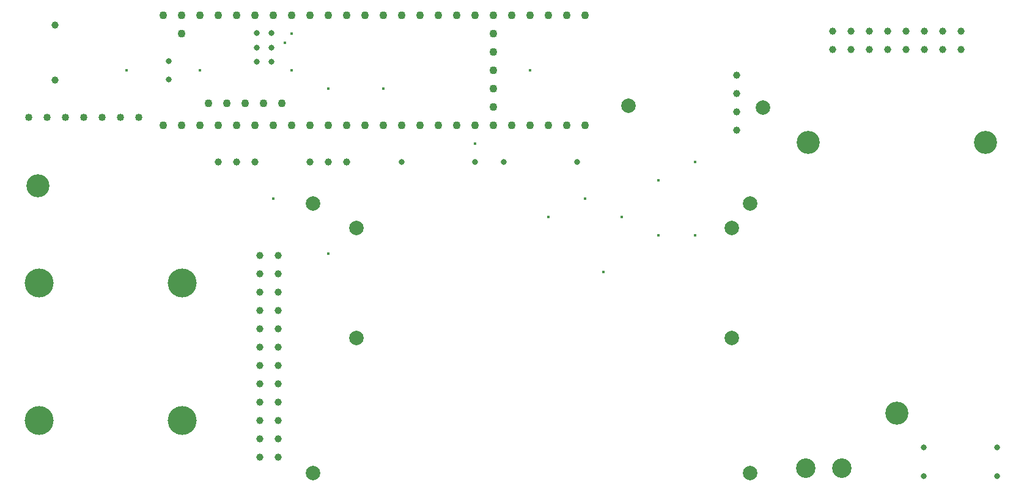
<source format=gbr>
%TF.GenerationSoftware,KiCad,Pcbnew,7.0.6*%
%TF.CreationDate,2023-08-10T16:59:18-04:00*%
%TF.ProjectId,rrc_pcb3,7272635f-7063-4623-932e-6b696361645f,rev?*%
%TF.SameCoordinates,Original*%
%TF.FileFunction,Plated,1,2,PTH,Drill*%
%TF.FilePolarity,Positive*%
%FSLAX46Y46*%
G04 Gerber Fmt 4.6, Leading zero omitted, Abs format (unit mm)*
G04 Created by KiCad (PCBNEW 7.0.6) date 2023-08-10 16:59:18*
%MOMM*%
%LPD*%
G01*
G04 APERTURE LIST*
%TA.AperFunction,ViaDrill*%
%ADD10C,0.400000*%
%TD*%
%TA.AperFunction,ComponentDrill*%
%ADD11C,0.800000*%
%TD*%
%TA.AperFunction,ComponentDrill*%
%ADD12C,1.000000*%
%TD*%
%TA.AperFunction,ComponentDrill*%
%ADD13C,1.020000*%
%TD*%
%TA.AperFunction,ComponentDrill*%
%ADD14C,1.100000*%
%TD*%
%TA.AperFunction,ComponentDrill*%
%ADD15C,2.000000*%
%TD*%
%TA.AperFunction,ComponentDrill*%
%ADD16C,2.700000*%
%TD*%
%TA.AperFunction,ComponentDrill*%
%ADD17C,3.200000*%
%TD*%
%TA.AperFunction,ComponentDrill*%
%ADD18C,4.000000*%
%TD*%
G04 APERTURE END LIST*
D10*
X58420000Y-30480000D03*
X68580000Y-30480000D03*
X78740000Y-48260000D03*
X80299748Y-26667644D03*
X81280000Y-25400000D03*
X81280000Y-30480000D03*
X86360000Y-33020000D03*
X86360000Y-55880000D03*
X93980000Y-33020000D03*
X106680000Y-40640000D03*
X114300000Y-30480000D03*
X116840000Y-50800000D03*
X121920000Y-48260000D03*
X124460000Y-58420000D03*
X127000000Y-50800000D03*
X132080000Y-45720000D03*
X132080000Y-53340000D03*
X137160000Y-43180000D03*
X137160000Y-53340000D03*
D11*
%TO.C,U2*%
X64230000Y-29210000D03*
X64230000Y-31750000D03*
X76470000Y-25298400D03*
X76470000Y-27298400D03*
X76470000Y-29298400D03*
X78470000Y-25298400D03*
X78470000Y-27298400D03*
X78470000Y-29298400D03*
%TO.C,R2*%
X96520000Y-43180000D03*
X106680000Y-43180000D03*
%TO.C,R1*%
X110614838Y-43116036D03*
X120774838Y-43116036D03*
%TO.C,R3*%
X168783102Y-82712958D03*
%TO.C,R4*%
X168783102Y-86704287D03*
%TO.C,R3*%
X178943102Y-82712958D03*
%TO.C,R4*%
X178943102Y-86704287D03*
D12*
%TO.C,BZ1*%
X48467845Y-24178236D03*
X48467845Y-31778236D03*
%TO.C,J3*%
X71120000Y-43180000D03*
X73660000Y-43180000D03*
X76200000Y-43180000D03*
%TO.C,U4*%
X76828599Y-56114231D03*
X76828599Y-58654231D03*
X76828599Y-61194231D03*
X76828599Y-63734231D03*
X76828599Y-66274231D03*
X76828599Y-68814231D03*
X76828599Y-71354231D03*
X76828599Y-73894231D03*
X76828599Y-76434231D03*
X76828599Y-78974231D03*
X76828599Y-81514231D03*
X76828599Y-84054231D03*
X79368599Y-56114231D03*
X79368599Y-58654231D03*
X79368599Y-61194231D03*
X79368599Y-63734231D03*
X79368599Y-66274231D03*
X79368599Y-68814231D03*
X79368599Y-71354231D03*
X79368599Y-73894231D03*
X79368599Y-76434231D03*
X79368599Y-78974231D03*
X79368599Y-81514231D03*
X79368599Y-84054231D03*
%TO.C,J2*%
X83820000Y-43180000D03*
X86360000Y-43180000D03*
X88900000Y-43180000D03*
%TO.C,U3*%
X142884358Y-31086925D03*
X142884358Y-33626925D03*
X142884358Y-36166925D03*
X142884358Y-38706925D03*
%TO.C,U1*%
X156240052Y-25043676D03*
X156240052Y-27583676D03*
X158780052Y-25043676D03*
X158780052Y-27583676D03*
X161320052Y-25043676D03*
X161320052Y-27583676D03*
X163860052Y-25043676D03*
X163860052Y-27583676D03*
X166400052Y-25043676D03*
X166400052Y-27583676D03*
X168940052Y-25043676D03*
X168940052Y-27583676D03*
X171480052Y-25043676D03*
X171480052Y-27583676D03*
X174020052Y-25043676D03*
X174020052Y-27583676D03*
D13*
%TO.C,U5*%
X44883617Y-36924940D03*
X47423617Y-36924940D03*
X49963617Y-36924940D03*
X52503617Y-36924940D03*
X55043617Y-36924940D03*
X57583617Y-36924940D03*
X60123617Y-36924940D03*
D14*
%TO.C,U2*%
X63500000Y-22860000D03*
X63500000Y-38100000D03*
X66040000Y-22860000D03*
X66040000Y-25400000D03*
X66040000Y-38100000D03*
X68580000Y-22860000D03*
X68580000Y-38100000D03*
X69799200Y-35049200D03*
X71120000Y-22860000D03*
X71120000Y-38100000D03*
X72339200Y-35049200D03*
X73660000Y-22860000D03*
X73660000Y-38100000D03*
X74879200Y-35049200D03*
X76200000Y-22860000D03*
X76200000Y-38100000D03*
X77419200Y-35049200D03*
X78740000Y-22860000D03*
X78740000Y-38100000D03*
X79959200Y-35049200D03*
X81280000Y-22860000D03*
X81280000Y-38100000D03*
X83820000Y-22860000D03*
X83820000Y-38100000D03*
X86360000Y-22860000D03*
X86360000Y-38100000D03*
X88900000Y-22860000D03*
X88900000Y-38100000D03*
X91440000Y-22860000D03*
X91440000Y-38100000D03*
X93980000Y-22860000D03*
X93980000Y-38100000D03*
X96520000Y-22860000D03*
X96520000Y-38100000D03*
X99060000Y-22860000D03*
X99060000Y-38100000D03*
X101600000Y-22860000D03*
X101600000Y-38100000D03*
X104140000Y-22860000D03*
X104140000Y-38100000D03*
X106680000Y-22860000D03*
X106680000Y-38100000D03*
X109220000Y-22860000D03*
X109220000Y-25400000D03*
X109220000Y-27940000D03*
X109220000Y-30480000D03*
X109220000Y-33020000D03*
X109220000Y-35560000D03*
X109220000Y-38100000D03*
X111760000Y-22860000D03*
X111760000Y-38100000D03*
X114300000Y-22860000D03*
X114300000Y-38100000D03*
X116840000Y-22860000D03*
X116840000Y-38100000D03*
X119380000Y-22860000D03*
X119380000Y-38100000D03*
X121920000Y-22860000D03*
X121920000Y-38100000D03*
D15*
%TO.C,U7*%
X84241777Y-48883679D03*
X84241777Y-86243679D03*
X90241777Y-52323679D03*
X90241777Y-67563679D03*
%TO.C,U3*%
X127934249Y-35316925D03*
%TO.C,U7*%
X142241777Y-52323679D03*
X142241777Y-67563679D03*
X144741777Y-48883679D03*
X144741777Y-86243679D03*
%TO.C,U3*%
X146514797Y-35571831D03*
D16*
%TO.C,J1*%
X152480000Y-85537678D03*
X157480000Y-85537678D03*
D17*
%TO.C,U5*%
X46153617Y-46429940D03*
%TO.C,U1*%
X152832312Y-40425556D03*
X165082312Y-77925556D03*
X177332312Y-40425556D03*
D18*
%TO.C,U4*%
X46263599Y-59924231D03*
X46263599Y-78974231D03*
X66148695Y-59924231D03*
X66148695Y-78974231D03*
M02*

</source>
